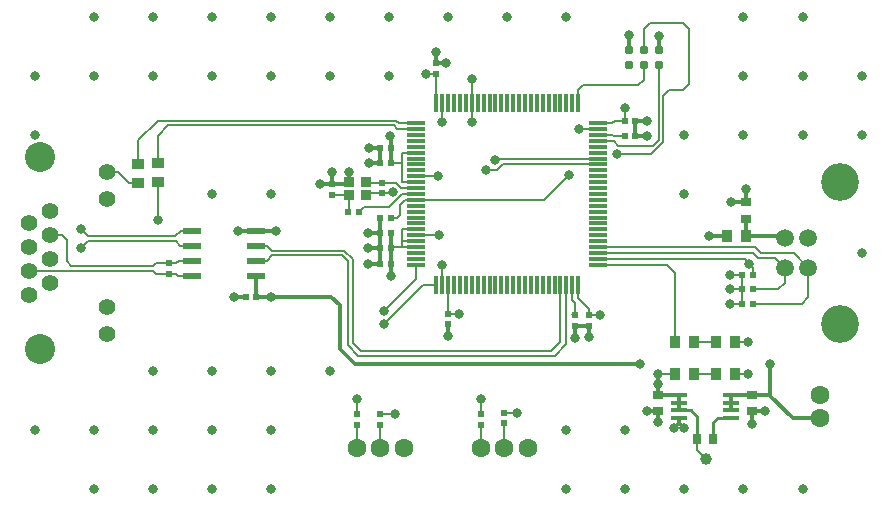
<source format=gtl>
G04 #@! TF.GenerationSoftware,KiCad,Pcbnew,5.0.1-33cea8e~68~ubuntu18.04.1*
G04 #@! TF.CreationDate,2018-11-12T15:38:47+00:00*
G04 #@! TF.ProjectId,comms,636F6D6D732E6B696361645F70636200,rev?*
G04 #@! TF.SameCoordinates,Original*
G04 #@! TF.FileFunction,Copper,L1,Top,Signal*
G04 #@! TF.FilePolarity,Positive*
%FSLAX46Y46*%
G04 Gerber Fmt 4.6, Leading zero omitted, Abs format (unit mm)*
G04 Created by KiCad (PCBNEW 5.0.1-33cea8e~68~ubuntu18.04.1) date Mon 12 Nov 2018 15:38:47 GMT*
%MOMM*%
%LPD*%
G01*
G04 APERTURE LIST*
G04 #@! TA.AperFunction,SMDPad,CuDef*
%ADD10R,0.620000X0.620000*%
G04 #@! TD*
G04 #@! TA.AperFunction,ComponentPad*
%ADD11C,2.540000*%
G04 #@! TD*
G04 #@! TA.AperFunction,ComponentPad*
%ADD12C,1.400000*%
G04 #@! TD*
G04 #@! TA.AperFunction,SMDPad,CuDef*
%ADD13R,0.900000X0.750000*%
G04 #@! TD*
G04 #@! TA.AperFunction,SMDPad,CuDef*
%ADD14R,0.750000X0.900000*%
G04 #@! TD*
G04 #@! TA.AperFunction,SMDPad,CuDef*
%ADD15R,0.950000X1.000000*%
G04 #@! TD*
G04 #@! TA.AperFunction,SMDPad,CuDef*
%ADD16R,1.500000X0.300000*%
G04 #@! TD*
G04 #@! TA.AperFunction,SMDPad,CuDef*
%ADD17R,0.300000X1.500000*%
G04 #@! TD*
G04 #@! TA.AperFunction,SMDPad,CuDef*
%ADD18R,1.450000X0.450000*%
G04 #@! TD*
G04 #@! TA.AperFunction,SMDPad,CuDef*
%ADD19R,1.550000X0.600000*%
G04 #@! TD*
G04 #@! TA.AperFunction,ComponentPad*
%ADD20C,1.600000*%
G04 #@! TD*
G04 #@! TA.AperFunction,ComponentPad*
%ADD21C,1.500000*%
G04 #@! TD*
G04 #@! TA.AperFunction,ComponentPad*
%ADD22C,3.200000*%
G04 #@! TD*
G04 #@! TA.AperFunction,BGAPad,CuDef*
%ADD23C,0.787000*%
G04 #@! TD*
G04 #@! TA.AperFunction,SMDPad,CuDef*
%ADD24R,1.000000X0.950000*%
G04 #@! TD*
G04 #@! TA.AperFunction,BGAPad,CuDef*
%ADD25C,1.000000*%
G04 #@! TD*
G04 #@! TA.AperFunction,SMDPad,CuDef*
%ADD26R,0.950000X0.850000*%
G04 #@! TD*
G04 #@! TA.AperFunction,ViaPad*
%ADD27C,0.800000*%
G04 #@! TD*
G04 #@! TA.AperFunction,Conductor*
%ADD28C,0.200000*%
G04 #@! TD*
G04 #@! TA.AperFunction,Conductor*
%ADD29C,0.300000*%
G04 #@! TD*
G04 #@! TA.AperFunction,Conductor*
%ADD30C,0.350000*%
G04 #@! TD*
G04 #@! TA.AperFunction,Conductor*
%ADD31C,0.250000*%
G04 #@! TD*
G04 APERTURE END LIST*
D10*
G04 #@! TO.P,C6,1*
G04 #@! TO.N,GND*
X62258302Y-81166400D03*
G04 #@! TO.P,C6,2*
G04 #@! TO.N,3v3*
X62258302Y-82066400D03*
G04 #@! TD*
D11*
G04 #@! TO.P,IC4,S*
G04 #@! TO.N,GND*
X28687302Y-105344400D03*
X28687302Y-89088400D03*
D12*
G04 #@! TO.P,IC4,10*
G04 #@! TO.N,Net-(IC4-Pad10)*
X34402302Y-101788400D03*
G04 #@! TO.P,IC4,11*
G04 #@! TO.N,GND*
X34402302Y-92644400D03*
G04 #@! TO.P,IC4,9*
X34402302Y-104074400D03*
G04 #@! TO.P,IC4,12*
G04 #@! TO.N,Net-(IC4-Pad12)*
X34402302Y-90358400D03*
G04 #@! TO.P,IC4,1*
G04 #@! TO.N,/RS485_TX*
X27798302Y-100772400D03*
G04 #@! TO.P,IC4,3*
G04 #@! TO.N,/RS485_RX*
X27798302Y-98740400D03*
G04 #@! TO.P,IC4,5*
G04 #@! TO.N,Net-(IC4-Pad5)*
X27798302Y-96708400D03*
G04 #@! TO.P,IC4,7*
G04 #@! TO.N,Net-(IC4-Pad7)*
X27798302Y-94676400D03*
G04 #@! TO.P,IC4,2*
G04 #@! TO.N,/~RS485_TX*
X29576302Y-99756400D03*
G04 #@! TO.P,IC4,4*
G04 #@! TO.N,Net-(IC4-Pad4)*
X29576302Y-97724400D03*
G04 #@! TO.P,IC4,6*
G04 #@! TO.N,/~RS485_RX*
X29576302Y-95692400D03*
G04 #@! TO.P,IC4,8*
G04 #@! TO.N,Net-(IC4-Pad8)*
X29576302Y-93660400D03*
G04 #@! TD*
D10*
G04 #@! TO.P,C1,2*
G04 #@! TO.N,Net-(C1-Pad2)*
X57658302Y-91266400D03*
G04 #@! TO.P,C1,1*
G04 #@! TO.N,GND*
X57658302Y-92166400D03*
G04 #@! TD*
G04 #@! TO.P,C2,1*
G04 #@! TO.N,GND*
X53458302Y-91366400D03*
G04 #@! TO.P,C2,2*
G04 #@! TO.N,Net-(C2-Pad2)*
X53458302Y-92266400D03*
G04 #@! TD*
G04 #@! TO.P,C3,2*
G04 #@! TO.N,3v3*
X58408302Y-88316400D03*
G04 #@! TO.P,C3,1*
G04 #@! TO.N,GND*
X57508302Y-88316400D03*
G04 #@! TD*
G04 #@! TO.P,C4,1*
G04 #@! TO.N,GND*
X57508302Y-95516400D03*
G04 #@! TO.P,C4,2*
G04 #@! TO.N,3v3*
X58408302Y-95516400D03*
G04 #@! TD*
G04 #@! TO.P,C5,1*
G04 #@! TO.N,GND*
X75158302Y-103366400D03*
G04 #@! TO.P,C5,2*
G04 #@! TO.N,3v3*
X75158302Y-102466400D03*
G04 #@! TD*
G04 #@! TO.P,C7,1*
G04 #@! TO.N,GND*
X57508302Y-98116400D03*
G04 #@! TO.P,C7,2*
G04 #@! TO.N,3v3*
X58408302Y-98116400D03*
G04 #@! TD*
G04 #@! TO.P,C8,2*
G04 #@! TO.N,3v3*
X58408302Y-89616400D03*
G04 #@! TO.P,C8,1*
G04 #@! TO.N,GND*
X57508302Y-89616400D03*
G04 #@! TD*
G04 #@! TO.P,C9,2*
G04 #@! TO.N,3v3*
X63258302Y-102366400D03*
G04 #@! TO.P,C9,1*
G04 #@! TO.N,GND*
X63258302Y-103266400D03*
G04 #@! TD*
G04 #@! TO.P,C10,2*
G04 #@! TO.N,3v3*
X78208302Y-86016400D03*
G04 #@! TO.P,C10,1*
G04 #@! TO.N,GND*
X79108302Y-86016400D03*
G04 #@! TD*
G04 #@! TO.P,C11,1*
G04 #@! TO.N,GND*
X57508302Y-96816400D03*
G04 #@! TO.P,C11,2*
G04 #@! TO.N,3v3*
X58408302Y-96816400D03*
G04 #@! TD*
G04 #@! TO.P,C12,1*
G04 #@! TO.N,Net-(C12-Pad1)*
X78208302Y-87316400D03*
G04 #@! TO.P,C12,2*
G04 #@! TO.N,GND*
X79108302Y-87316400D03*
G04 #@! TD*
G04 #@! TO.P,C13,1*
G04 #@! TO.N,Net-(C13-Pad1)*
X73958302Y-102466400D03*
G04 #@! TO.P,C13,2*
G04 #@! TO.N,GND*
X73958302Y-103366400D03*
G04 #@! TD*
D13*
G04 #@! TO.P,C14,1*
G04 #@! TO.N,5v*
X89008302Y-109216400D03*
G04 #@! TO.P,C14,2*
G04 #@! TO.N,GND*
X89008302Y-110616400D03*
G04 #@! TD*
D10*
G04 #@! TO.P,C15,1*
G04 #@! TO.N,GND*
X46108302Y-100916400D03*
G04 #@! TO.P,C15,2*
G04 #@! TO.N,5v*
X47008302Y-100916400D03*
G04 #@! TD*
D14*
G04 #@! TO.P,C16,2*
G04 #@! TO.N,Net-(C16-Pad2)*
X85708302Y-112966400D03*
G04 #@! TO.P,C16,1*
G04 #@! TO.N,3v3*
X84308302Y-112966400D03*
G04 #@! TD*
D13*
G04 #@! TO.P,C17,2*
G04 #@! TO.N,GND*
X81008302Y-110616400D03*
G04 #@! TO.P,C17,1*
G04 #@! TO.N,3v3*
X81008302Y-109216400D03*
G04 #@! TD*
G04 #@! TO.P,C18,1*
G04 #@! TO.N,/OTG_HS_VBUS*
X88458302Y-94316400D03*
G04 #@! TO.P,C18,2*
G04 #@! TO.N,GND*
X88458302Y-92916400D03*
G04 #@! TD*
D10*
G04 #@! TO.P,C19,2*
G04 #@! TO.N,/~RST*
X58408302Y-94216400D03*
G04 #@! TO.P,C19,1*
G04 #@! TO.N,GND*
X57508302Y-94216400D03*
G04 #@! TD*
D15*
G04 #@! TO.P,D1,1*
G04 #@! TO.N,GND*
X87558302Y-107466400D03*
G04 #@! TO.P,D1,2*
G04 #@! TO.N,Net-(D1-Pad2)*
X85958302Y-107466400D03*
G04 #@! TD*
G04 #@! TO.P,D2,2*
G04 #@! TO.N,Net-(D2-Pad2)*
X85958302Y-104716400D03*
G04 #@! TO.P,D2,1*
G04 #@! TO.N,GND*
X87558302Y-104716400D03*
G04 #@! TD*
D16*
G04 #@! TO.P,IC1,1*
G04 #@! TO.N,/LED2*
X60558302Y-86216400D03*
G04 #@! TO.P,IC1,2*
G04 #@! TO.N,/LED1*
X60558302Y-86716400D03*
G04 #@! TO.P,IC1,3*
G04 #@! TO.N,Net-(IC1-Pad3)*
X60558302Y-87216400D03*
G04 #@! TO.P,IC1,4*
G04 #@! TO.N,Net-(IC1-Pad4)*
X60558302Y-87716400D03*
G04 #@! TO.P,IC1,5*
G04 #@! TO.N,Net-(IC1-Pad5)*
X60558302Y-88216400D03*
G04 #@! TO.P,IC1,6*
G04 #@! TO.N,3v3*
X60558302Y-88716400D03*
G04 #@! TO.P,IC1,7*
G04 #@! TO.N,Net-(IC1-Pad7)*
X60558302Y-89216400D03*
G04 #@! TO.P,IC1,8*
G04 #@! TO.N,Net-(IC1-Pad8)*
X60558302Y-89716400D03*
G04 #@! TO.P,IC1,9*
G04 #@! TO.N,Net-(IC1-Pad9)*
X60558302Y-90216400D03*
G04 #@! TO.P,IC1,10*
G04 #@! TO.N,GND*
X60558302Y-90716400D03*
G04 #@! TO.P,IC1,11*
G04 #@! TO.N,3v3*
X60558302Y-91216400D03*
G04 #@! TO.P,IC1,12*
G04 #@! TO.N,Net-(C1-Pad2)*
X60558302Y-91716400D03*
G04 #@! TO.P,IC1,13*
G04 #@! TO.N,Net-(IC1-Pad13)*
X60558302Y-92216400D03*
G04 #@! TO.P,IC1,14*
G04 #@! TO.N,/~RST*
X60558302Y-92716400D03*
G04 #@! TO.P,IC1,15*
G04 #@! TO.N,Net-(IC1-Pad15)*
X60558302Y-93216400D03*
G04 #@! TO.P,IC1,16*
G04 #@! TO.N,Net-(IC1-Pad16)*
X60558302Y-93716400D03*
G04 #@! TO.P,IC1,17*
G04 #@! TO.N,Net-(IC1-Pad17)*
X60558302Y-94216400D03*
G04 #@! TO.P,IC1,18*
G04 #@! TO.N,Net-(IC1-Pad18)*
X60558302Y-94716400D03*
G04 #@! TO.P,IC1,19*
G04 #@! TO.N,3v3*
X60558302Y-95216400D03*
G04 #@! TO.P,IC1,20*
G04 #@! TO.N,GND*
X60558302Y-95716400D03*
G04 #@! TO.P,IC1,21*
G04 #@! TO.N,3v3*
X60558302Y-96216400D03*
G04 #@! TO.P,IC1,22*
X60558302Y-96716400D03*
G04 #@! TO.P,IC1,23*
G04 #@! TO.N,Net-(IC1-Pad23)*
X60558302Y-97216400D03*
G04 #@! TO.P,IC1,24*
G04 #@! TO.N,Net-(IC1-Pad24)*
X60558302Y-97716400D03*
G04 #@! TO.P,IC1,25*
G04 #@! TO.N,/USART2_TX*
X60558302Y-98216400D03*
D17*
G04 #@! TO.P,IC1,26*
G04 #@! TO.N,/USART2_RX*
X62258302Y-99916400D03*
G04 #@! TO.P,IC1,27*
G04 #@! TO.N,GND*
X62758302Y-99916400D03*
G04 #@! TO.P,IC1,28*
G04 #@! TO.N,3v3*
X63258302Y-99916400D03*
G04 #@! TO.P,IC1,29*
G04 #@! TO.N,Net-(IC1-Pad29)*
X63758302Y-99916400D03*
G04 #@! TO.P,IC1,30*
G04 #@! TO.N,Net-(IC1-Pad30)*
X64258302Y-99916400D03*
G04 #@! TO.P,IC1,31*
G04 #@! TO.N,Net-(IC1-Pad31)*
X64758302Y-99916400D03*
G04 #@! TO.P,IC1,32*
G04 #@! TO.N,Net-(IC1-Pad32)*
X65258302Y-99916400D03*
G04 #@! TO.P,IC1,33*
G04 #@! TO.N,Net-(IC1-Pad33)*
X65758302Y-99916400D03*
G04 #@! TO.P,IC1,34*
G04 #@! TO.N,Net-(IC1-Pad34)*
X66258302Y-99916400D03*
G04 #@! TO.P,IC1,35*
G04 #@! TO.N,Net-(IC1-Pad35)*
X66758302Y-99916400D03*
G04 #@! TO.P,IC1,36*
G04 #@! TO.N,Net-(IC1-Pad36)*
X67258302Y-99916400D03*
G04 #@! TO.P,IC1,37*
G04 #@! TO.N,Net-(IC1-Pad37)*
X67758302Y-99916400D03*
G04 #@! TO.P,IC1,38*
G04 #@! TO.N,Net-(IC1-Pad38)*
X68258302Y-99916400D03*
G04 #@! TO.P,IC1,39*
G04 #@! TO.N,Net-(IC1-Pad39)*
X68758302Y-99916400D03*
G04 #@! TO.P,IC1,40*
G04 #@! TO.N,Net-(IC1-Pad40)*
X69258302Y-99916400D03*
G04 #@! TO.P,IC1,41*
G04 #@! TO.N,Net-(IC1-Pad41)*
X69758302Y-99916400D03*
G04 #@! TO.P,IC1,42*
G04 #@! TO.N,Net-(IC1-Pad42)*
X70258302Y-99916400D03*
G04 #@! TO.P,IC1,43*
G04 #@! TO.N,Net-(IC1-Pad43)*
X70758302Y-99916400D03*
G04 #@! TO.P,IC1,44*
G04 #@! TO.N,Net-(IC1-Pad44)*
X71258302Y-99916400D03*
G04 #@! TO.P,IC1,45*
G04 #@! TO.N,Net-(IC1-Pad45)*
X71758302Y-99916400D03*
G04 #@! TO.P,IC1,46*
G04 #@! TO.N,Net-(IC1-Pad46)*
X72258302Y-99916400D03*
G04 #@! TO.P,IC1,47*
G04 #@! TO.N,/USART3_TX*
X72758302Y-99916400D03*
G04 #@! TO.P,IC1,48*
G04 #@! TO.N,/USART3_RX*
X73258302Y-99916400D03*
G04 #@! TO.P,IC1,49*
G04 #@! TO.N,Net-(C13-Pad1)*
X73758302Y-99916400D03*
G04 #@! TO.P,IC1,50*
G04 #@! TO.N,3v3*
X74258302Y-99916400D03*
D16*
G04 #@! TO.P,IC1,51*
G04 #@! TO.N,/STATUS*
X75958302Y-98216400D03*
G04 #@! TO.P,IC1,52*
G04 #@! TO.N,/OTG_HS_VBUS*
X75958302Y-97716400D03*
G04 #@! TO.P,IC1,53*
G04 #@! TO.N,/OTG_HS_DM*
X75958302Y-97216400D03*
G04 #@! TO.P,IC1,54*
G04 #@! TO.N,/OTG_HS_DP*
X75958302Y-96716400D03*
G04 #@! TO.P,IC1,55*
G04 #@! TO.N,Net-(IC1-Pad55)*
X75958302Y-96216400D03*
G04 #@! TO.P,IC1,56*
G04 #@! TO.N,Net-(IC1-Pad56)*
X75958302Y-95716400D03*
G04 #@! TO.P,IC1,57*
G04 #@! TO.N,Net-(IC1-Pad57)*
X75958302Y-95216400D03*
G04 #@! TO.P,IC1,58*
G04 #@! TO.N,Net-(IC1-Pad58)*
X75958302Y-94716400D03*
G04 #@! TO.P,IC1,59*
G04 #@! TO.N,Net-(IC1-Pad59)*
X75958302Y-94216400D03*
G04 #@! TO.P,IC1,60*
G04 #@! TO.N,Net-(IC1-Pad60)*
X75958302Y-93716400D03*
G04 #@! TO.P,IC1,61*
G04 #@! TO.N,Net-(IC1-Pad61)*
X75958302Y-93216400D03*
G04 #@! TO.P,IC1,62*
G04 #@! TO.N,Net-(IC1-Pad62)*
X75958302Y-92716400D03*
G04 #@! TO.P,IC1,63*
G04 #@! TO.N,Net-(IC1-Pad63)*
X75958302Y-92216400D03*
G04 #@! TO.P,IC1,64*
G04 #@! TO.N,Net-(IC1-Pad64)*
X75958302Y-91716400D03*
G04 #@! TO.P,IC1,65*
G04 #@! TO.N,Net-(IC1-Pad65)*
X75958302Y-91216400D03*
G04 #@! TO.P,IC1,66*
G04 #@! TO.N,Net-(IC1-Pad66)*
X75958302Y-90716400D03*
G04 #@! TO.P,IC1,67*
G04 #@! TO.N,Net-(IC1-Pad67)*
X75958302Y-90216400D03*
G04 #@! TO.P,IC1,68*
G04 #@! TO.N,/USART1_TX*
X75958302Y-89716400D03*
G04 #@! TO.P,IC1,69*
G04 #@! TO.N,/USART1_RX*
X75958302Y-89216400D03*
G04 #@! TO.P,IC1,70*
G04 #@! TO.N,Net-(IC1-Pad70)*
X75958302Y-88716400D03*
G04 #@! TO.P,IC1,71*
G04 #@! TO.N,Net-(IC1-Pad71)*
X75958302Y-88216400D03*
G04 #@! TO.P,IC1,72*
G04 #@! TO.N,/SWDIO*
X75958302Y-87716400D03*
G04 #@! TO.P,IC1,73*
G04 #@! TO.N,Net-(C12-Pad1)*
X75958302Y-87216400D03*
G04 #@! TO.P,IC1,74*
G04 #@! TO.N,GND*
X75958302Y-86716400D03*
G04 #@! TO.P,IC1,75*
G04 #@! TO.N,3v3*
X75958302Y-86216400D03*
D17*
G04 #@! TO.P,IC1,76*
G04 #@! TO.N,/SWDCLK*
X74258302Y-84516400D03*
G04 #@! TO.P,IC1,77*
G04 #@! TO.N,Net-(IC1-Pad77)*
X73758302Y-84516400D03*
G04 #@! TO.P,IC1,78*
G04 #@! TO.N,Net-(IC1-Pad78)*
X73258302Y-84516400D03*
G04 #@! TO.P,IC1,79*
G04 #@! TO.N,Net-(IC1-Pad79)*
X72758302Y-84516400D03*
G04 #@! TO.P,IC1,80*
G04 #@! TO.N,Net-(IC1-Pad80)*
X72258302Y-84516400D03*
G04 #@! TO.P,IC1,81*
G04 #@! TO.N,Net-(IC1-Pad81)*
X71758302Y-84516400D03*
G04 #@! TO.P,IC1,82*
G04 #@! TO.N,Net-(IC1-Pad82)*
X71258302Y-84516400D03*
G04 #@! TO.P,IC1,83*
G04 #@! TO.N,Net-(IC1-Pad83)*
X70758302Y-84516400D03*
G04 #@! TO.P,IC1,84*
G04 #@! TO.N,Net-(IC1-Pad84)*
X70258302Y-84516400D03*
G04 #@! TO.P,IC1,85*
G04 #@! TO.N,Net-(IC1-Pad85)*
X69758302Y-84516400D03*
G04 #@! TO.P,IC1,86*
G04 #@! TO.N,Net-(IC1-Pad86)*
X69258302Y-84516400D03*
G04 #@! TO.P,IC1,87*
G04 #@! TO.N,Net-(IC1-Pad87)*
X68758302Y-84516400D03*
G04 #@! TO.P,IC1,88*
G04 #@! TO.N,Net-(IC1-Pad88)*
X68258302Y-84516400D03*
G04 #@! TO.P,IC1,89*
G04 #@! TO.N,Net-(IC1-Pad89)*
X67758302Y-84516400D03*
G04 #@! TO.P,IC1,90*
G04 #@! TO.N,Net-(IC1-Pad90)*
X67258302Y-84516400D03*
G04 #@! TO.P,IC1,91*
G04 #@! TO.N,Net-(IC1-Pad91)*
X66758302Y-84516400D03*
G04 #@! TO.P,IC1,92*
G04 #@! TO.N,Net-(IC1-Pad92)*
X66258302Y-84516400D03*
G04 #@! TO.P,IC1,93*
G04 #@! TO.N,Net-(IC1-Pad93)*
X65758302Y-84516400D03*
G04 #@! TO.P,IC1,94*
G04 #@! TO.N,GND*
X65258302Y-84516400D03*
G04 #@! TO.P,IC1,95*
G04 #@! TO.N,Net-(IC1-Pad95)*
X64758302Y-84516400D03*
G04 #@! TO.P,IC1,96*
G04 #@! TO.N,Net-(IC1-Pad96)*
X64258302Y-84516400D03*
G04 #@! TO.P,IC1,97*
G04 #@! TO.N,Net-(IC1-Pad97)*
X63758302Y-84516400D03*
G04 #@! TO.P,IC1,98*
G04 #@! TO.N,Net-(IC1-Pad98)*
X63258302Y-84516400D03*
G04 #@! TO.P,IC1,99*
G04 #@! TO.N,GND*
X62758302Y-84516400D03*
G04 #@! TO.P,IC1,100*
G04 #@! TO.N,3v3*
X62258302Y-84516400D03*
G04 #@! TD*
D18*
G04 #@! TO.P,IC2,1*
G04 #@! TO.N,3v3*
X82808302Y-109241400D03*
G04 #@! TO.P,IC2,2*
X82808302Y-109891400D03*
G04 #@! TO.P,IC2,3*
X82808302Y-110541400D03*
G04 #@! TO.P,IC2,4*
G04 #@! TO.N,GND*
X82808302Y-111191400D03*
G04 #@! TO.P,IC2,5*
G04 #@! TO.N,Net-(C16-Pad2)*
X87208302Y-111191400D03*
G04 #@! TO.P,IC2,6*
G04 #@! TO.N,5v*
X87208302Y-110541400D03*
G04 #@! TO.P,IC2,7*
X87208302Y-109891400D03*
G04 #@! TO.P,IC2,8*
X87208302Y-109241400D03*
G04 #@! TD*
D19*
G04 #@! TO.P,IC3,1*
G04 #@! TO.N,5v*
X46958302Y-99121400D03*
G04 #@! TO.P,IC3,2*
G04 #@! TO.N,/USART3_RX*
X46958302Y-97851400D03*
G04 #@! TO.P,IC3,3*
G04 #@! TO.N,/USART3_TX*
X46958302Y-96581400D03*
G04 #@! TO.P,IC3,4*
G04 #@! TO.N,GND*
X46958302Y-95311400D03*
G04 #@! TO.P,IC3,5*
G04 #@! TO.N,/RS485_TX*
X41558302Y-95311400D03*
G04 #@! TO.P,IC3,6*
G04 #@! TO.N,/~RS485_TX*
X41558302Y-96581400D03*
G04 #@! TO.P,IC3,7*
G04 #@! TO.N,/~RS485_RX*
X41558302Y-97851400D03*
G04 #@! TO.P,IC3,8*
G04 #@! TO.N,/RS485_RX*
X41558302Y-99121400D03*
G04 #@! TD*
D20*
G04 #@! TO.P,J1,1*
G04 #@! TO.N,/USART1_TX*
X66008302Y-113716400D03*
G04 #@! TO.P,J1,2*
G04 #@! TO.N,/USART1_RX*
X68008302Y-113716400D03*
G04 #@! TO.P,J1,3*
G04 #@! TO.N,GND*
X70008302Y-113716400D03*
G04 #@! TD*
G04 #@! TO.P,J2,3*
G04 #@! TO.N,GND*
X59508302Y-113716400D03*
G04 #@! TO.P,J2,2*
G04 #@! TO.N,/USART2_RX*
X57508302Y-113716400D03*
G04 #@! TO.P,J2,1*
G04 #@! TO.N,/USART2_TX*
X55508302Y-113716400D03*
G04 #@! TD*
G04 #@! TO.P,J3,2*
G04 #@! TO.N,GND*
X94758302Y-109216400D03*
G04 #@! TO.P,J3,1*
G04 #@! TO.N,5v*
X94758302Y-111216400D03*
G04 #@! TD*
D21*
G04 #@! TO.P,P1,1*
G04 #@! TO.N,/OTG_HS_VBUS*
X91758302Y-95966400D03*
G04 #@! TO.P,P1,2*
G04 #@! TO.N,/OTG_HS_DM*
X91758302Y-98466400D03*
G04 #@! TO.P,P1,3*
G04 #@! TO.N,/OTG_HS_DP*
X93758302Y-98466400D03*
G04 #@! TO.P,P1,4*
G04 #@! TO.N,GND*
X93758302Y-95966400D03*
D22*
G04 #@! TO.P,P1,S*
X96468302Y-91196400D03*
X96468302Y-103236400D03*
G04 #@! TD*
D23*
G04 #@! TO.P,P2,1*
G04 #@! TO.N,3v3*
X81068302Y-80065400D03*
G04 #@! TO.P,P2,2*
G04 #@! TO.N,/SWDIO*
X81068302Y-81335400D03*
G04 #@! TO.P,P2,3*
G04 #@! TO.N,/~RST*
X79798302Y-80065400D03*
G04 #@! TO.P,P2,4*
G04 #@! TO.N,/SWDCLK*
X79798302Y-81335400D03*
G04 #@! TO.P,P2,5*
G04 #@! TO.N,GND*
X78528302Y-80065400D03*
G04 #@! TO.P,P2,6*
G04 #@! TO.N,Net-(P2-Pad6)*
X78528302Y-81335400D03*
G04 #@! TD*
D10*
G04 #@! TO.P,R1,2*
G04 #@! TO.N,Net-(IC1-Pad13)*
X55708302Y-93716400D03*
G04 #@! TO.P,R1,1*
G04 #@! TO.N,Net-(C2-Pad2)*
X54808302Y-93716400D03*
G04 #@! TD*
D15*
G04 #@! TO.P,R2,2*
G04 #@! TO.N,5v*
X86858302Y-95816400D03*
G04 #@! TO.P,R2,1*
G04 #@! TO.N,/OTG_HS_VBUS*
X88458302Y-95816400D03*
G04 #@! TD*
D10*
G04 #@! TO.P,R3,2*
G04 #@! TO.N,/~RS485_RX*
X39658302Y-98066400D03*
G04 #@! TO.P,R3,1*
G04 #@! TO.N,/RS485_RX*
X39658302Y-98966400D03*
G04 #@! TD*
D15*
G04 #@! TO.P,R4,1*
G04 #@! TO.N,3v3*
X82458302Y-107466400D03*
G04 #@! TO.P,R4,2*
G04 #@! TO.N,Net-(D1-Pad2)*
X84058302Y-107466400D03*
G04 #@! TD*
G04 #@! TO.P,R5,2*
G04 #@! TO.N,Net-(D2-Pad2)*
X84058302Y-104716400D03*
G04 #@! TO.P,R5,1*
G04 #@! TO.N,/STATUS*
X82458302Y-104716400D03*
G04 #@! TD*
D24*
G04 #@! TO.P,R6,2*
G04 #@! TO.N,Net-(IC4-Pad10)*
X38658302Y-91216400D03*
G04 #@! TO.P,R6,1*
G04 #@! TO.N,/LED1*
X38658302Y-89616400D03*
G04 #@! TD*
G04 #@! TO.P,R7,1*
G04 #@! TO.N,/LED2*
X37008302Y-89666400D03*
G04 #@! TO.P,R7,2*
G04 #@! TO.N,Net-(IC4-Pad12)*
X37008302Y-91266400D03*
G04 #@! TD*
D25*
G04 #@! TO.P,TP1,1*
G04 #@! TO.N,3v3*
X85058302Y-114616400D03*
G04 #@! TD*
D26*
G04 #@! TO.P,Y1,1*
G04 #@! TO.N,Net-(C1-Pad2)*
X56283302Y-91191400D03*
G04 #@! TO.P,Y1,2*
G04 #@! TO.N,GND*
X54833302Y-91191400D03*
G04 #@! TO.P,Y1,3*
G04 #@! TO.N,Net-(C2-Pad2)*
X54833302Y-92341400D03*
G04 #@! TO.P,Y1,4*
G04 #@! TO.N,GND*
X56283302Y-92341400D03*
G04 #@! TD*
D10*
G04 #@! TO.P,D3,2*
G04 #@! TO.N,GND*
X88150000Y-99100000D03*
G04 #@! TO.P,D3,1*
G04 #@! TO.N,/OTG_HS_VBUS*
X89050000Y-99100000D03*
G04 #@! TD*
G04 #@! TO.P,D4,1*
G04 #@! TO.N,/OTG_HS_DP*
X89050000Y-101500000D03*
G04 #@! TO.P,D4,2*
G04 #@! TO.N,GND*
X88150000Y-101500000D03*
G04 #@! TD*
G04 #@! TO.P,D5,1*
G04 #@! TO.N,/OTG_HS_DM*
X89050000Y-100300000D03*
G04 #@! TO.P,D5,2*
G04 #@! TO.N,GND*
X88150000Y-100300000D03*
G04 #@! TD*
G04 #@! TO.P,D6,2*
G04 #@! TO.N,GND*
X66000000Y-110850000D03*
G04 #@! TO.P,D6,1*
G04 #@! TO.N,/USART1_TX*
X66000000Y-111750000D03*
G04 #@! TD*
G04 #@! TO.P,D7,1*
G04 #@! TO.N,/USART1_RX*
X68000000Y-111650000D03*
G04 #@! TO.P,D7,2*
G04 #@! TO.N,GND*
X68000000Y-110750000D03*
G04 #@! TD*
G04 #@! TO.P,D8,2*
G04 #@! TO.N,GND*
X55500000Y-110850000D03*
G04 #@! TO.P,D8,1*
G04 #@! TO.N,/USART2_TX*
X55500000Y-111750000D03*
G04 #@! TD*
G04 #@! TO.P,D9,1*
G04 #@! TO.N,/USART2_RX*
X57500000Y-111750000D03*
G04 #@! TO.P,D9,2*
G04 #@! TO.N,GND*
X57500000Y-110850000D03*
G04 #@! TD*
D27*
G04 #@! TO.N,GND*
X62358302Y-90716400D03*
X58568302Y-92016400D03*
X62758302Y-86116400D03*
X65258302Y-86116400D03*
X65258302Y-82516400D03*
X63108302Y-81166400D03*
X62258302Y-80216400D03*
X62458302Y-95716400D03*
X62758302Y-98216400D03*
X63258302Y-104216400D03*
X56558302Y-88316400D03*
X56558302Y-89616400D03*
X52408302Y-91366400D03*
X53458302Y-90316400D03*
X54833302Y-90341400D03*
X56458302Y-95516400D03*
X56458302Y-96816400D03*
X56458302Y-98116400D03*
X75158302Y-104316400D03*
X80058302Y-86016400D03*
X80058302Y-87316400D03*
X78528302Y-78786400D03*
X89008302Y-111666400D03*
X90058302Y-110616400D03*
X83258302Y-112066400D03*
X81008302Y-111566400D03*
X80058302Y-110616400D03*
X82358302Y-112066400D03*
X88458302Y-91816400D03*
X74358302Y-86716400D03*
X48653302Y-95311400D03*
X45463302Y-95311400D03*
X45158302Y-100916400D03*
X73958302Y-104416400D03*
X88658302Y-104716400D03*
X88608302Y-107466400D03*
X33258302Y-77216400D03*
X33258302Y-82216400D03*
X38258302Y-82216400D03*
X38258302Y-77216400D03*
X43258302Y-77216400D03*
X43258302Y-82216400D03*
X48258302Y-82216400D03*
X48258302Y-77216400D03*
X58258302Y-77216400D03*
X53258302Y-77216400D03*
X53258302Y-82216400D03*
X58258302Y-82216400D03*
X63258302Y-77216400D03*
X68258302Y-77216400D03*
X73258302Y-77216400D03*
X88258302Y-77216400D03*
X93258302Y-77216400D03*
X93258302Y-82216400D03*
X88258302Y-82216400D03*
X88258302Y-87216400D03*
X83258302Y-87216400D03*
X93258302Y-87216400D03*
X98258302Y-87216400D03*
X98258302Y-82216400D03*
X98258302Y-97216400D03*
X93258302Y-117216400D03*
X88258302Y-117216400D03*
X83258302Y-117216400D03*
X78258302Y-117216400D03*
X78258302Y-112216400D03*
X73258302Y-112216400D03*
X73258302Y-117216400D03*
X83258302Y-92216400D03*
X48258302Y-107216400D03*
X48258302Y-112216400D03*
X43258302Y-112216400D03*
X43258302Y-107216400D03*
X38258302Y-107216400D03*
X38258302Y-112216400D03*
X33258302Y-112216400D03*
X28258302Y-112216400D03*
X28258302Y-87216400D03*
X28258302Y-82216400D03*
X43258302Y-92216400D03*
X48258302Y-92216400D03*
X53258302Y-107216400D03*
X48258302Y-117216400D03*
X38258302Y-117216400D03*
X43258302Y-117216400D03*
X33258302Y-117216400D03*
X87100000Y-100300000D03*
X87100000Y-101500000D03*
X87158302Y-92916400D03*
X87100000Y-99100000D03*
X55500000Y-109600000D03*
X58750000Y-110850000D03*
X66000000Y-109600000D03*
X69050000Y-110750000D03*
G04 #@! TO.N,3v3*
X58408302Y-99166400D03*
X58358302Y-87316400D03*
X81068302Y-78826400D03*
X81008302Y-107466400D03*
X81008302Y-108316400D03*
X61408302Y-82066400D03*
X76108302Y-102466400D03*
X64208302Y-102366400D03*
X78208302Y-84966400D03*
G04 #@! TO.N,5v*
X85358302Y-95816400D03*
X48258302Y-100916400D03*
X79458302Y-106616400D03*
X90500000Y-106600000D03*
G04 #@! TO.N,/~RST*
X77558302Y-88816400D03*
X73458302Y-90616400D03*
G04 #@! TO.N,/USART2_TX*
X57858302Y-102116400D03*
G04 #@! TO.N,/USART2_RX*
X57858302Y-103216400D03*
G04 #@! TO.N,/OTG_HS_VBUS*
X88758302Y-98116400D03*
G04 #@! TO.N,/USART1_TX*
X66458302Y-90216400D03*
G04 #@! TO.N,/USART1_RX*
X67258312Y-89316410D03*
G04 #@! TO.N,/RS485_TX*
X32158302Y-95216400D03*
G04 #@! TO.N,/~RS485_TX*
X32158302Y-96816400D03*
G04 #@! TO.N,Net-(IC4-Pad10)*
X38658302Y-94416400D03*
G04 #@! TD*
D28*
G04 #@! TO.N,Net-(C1-Pad2)*
X56358302Y-91266400D02*
X56283302Y-91191400D01*
X57658302Y-91266400D02*
X56358302Y-91266400D01*
X59258302Y-91716400D02*
X60558302Y-91716400D01*
X58808302Y-91266400D02*
X59258302Y-91716400D01*
X57658302Y-91266400D02*
X58808302Y-91266400D01*
G04 #@! TO.N,GND*
X60558302Y-90716400D02*
X62358302Y-90716400D01*
X56458302Y-92166400D02*
X56283302Y-92341400D01*
X57658302Y-92166400D02*
X56458302Y-92166400D01*
X58408302Y-92166400D02*
X58418302Y-92166400D01*
X58418302Y-92166400D02*
X57658302Y-92166400D01*
X58568302Y-92016400D02*
X58418302Y-92166400D01*
X62758302Y-84516400D02*
X62758302Y-86116400D01*
X65258302Y-84516400D02*
X65258302Y-86116400D01*
X65258302Y-84516400D02*
X65258302Y-82516400D01*
X60558302Y-95716400D02*
X62458302Y-95716400D01*
X62758302Y-99916400D02*
X62758302Y-98216400D01*
D29*
X54658302Y-91366400D02*
X53458302Y-91366400D01*
X54833302Y-91191400D02*
X54658302Y-91366400D01*
X53458302Y-91366400D02*
X53458302Y-90316400D01*
X53458302Y-91366400D02*
X52408302Y-91366400D01*
X54833302Y-91191400D02*
X54833302Y-90341400D01*
X57508302Y-89616400D02*
X56558302Y-89616400D01*
X57508302Y-88316400D02*
X56558302Y-88316400D01*
X57508302Y-94216400D02*
X57508302Y-95516400D01*
X57508302Y-95516400D02*
X57508302Y-96816400D01*
X57508302Y-96816400D02*
X57508302Y-98116400D01*
X57508302Y-95516400D02*
X56458302Y-95516400D01*
X57508302Y-96816400D02*
X56458302Y-96816400D01*
X57508302Y-98116400D02*
X56458302Y-98116400D01*
X62258302Y-81166400D02*
X63108302Y-81166400D01*
X62258302Y-81166400D02*
X62258302Y-80216400D01*
X63258302Y-103266400D02*
X63258302Y-104216400D01*
X75158302Y-103366400D02*
X75158302Y-104316400D01*
X79108302Y-86016400D02*
X79108302Y-87316400D01*
X79108302Y-86016400D02*
X80058302Y-86016400D01*
X79108302Y-87316400D02*
X80058302Y-87316400D01*
X78528302Y-80065400D02*
X78528302Y-78786400D01*
X57508302Y-88316400D02*
X57508302Y-89616400D01*
D30*
X89008302Y-110616400D02*
X89008302Y-111666400D01*
X89008302Y-110616400D02*
X90058302Y-110616400D01*
X81008302Y-110616400D02*
X81008302Y-111566400D01*
X81008302Y-110616400D02*
X80058302Y-110616400D01*
D29*
X82808302Y-111616400D02*
X82358302Y-112066400D01*
X82808302Y-111616400D02*
X83258302Y-112066400D01*
X82808302Y-111191400D02*
X82808302Y-111616400D01*
D30*
X88458302Y-92916400D02*
X88458302Y-91816400D01*
D28*
X75958302Y-86716400D02*
X74358302Y-86716400D01*
D30*
X46958302Y-95311400D02*
X48653302Y-95311400D01*
X46958302Y-95311400D02*
X45463302Y-95311400D01*
X46108302Y-100916400D02*
X45158302Y-100916400D01*
D29*
X73958302Y-103366400D02*
X75158302Y-103366400D01*
X73958302Y-103366400D02*
X73958302Y-104416400D01*
D28*
X87558302Y-104716400D02*
X88658302Y-104716400D01*
X87558302Y-107466400D02*
X88608302Y-107466400D01*
X88150000Y-100300000D02*
X88150000Y-101500000D01*
X88150000Y-100300000D02*
X87100000Y-100300000D01*
X88150000Y-101500000D02*
X87100000Y-101500000D01*
D30*
X88458302Y-92916400D02*
X87158302Y-92916400D01*
D28*
X88150000Y-99100000D02*
X88150000Y-100300000D01*
X88150000Y-99100000D02*
X87100000Y-99100000D01*
X55500000Y-110850000D02*
X55500000Y-109600000D01*
X57500000Y-110850000D02*
X58750000Y-110850000D01*
X66000000Y-110850000D02*
X66000000Y-109600000D01*
X68000000Y-110750000D02*
X69050000Y-110750000D01*
G04 #@! TO.N,Net-(C2-Pad2)*
X54833302Y-93691400D02*
X54808302Y-93716400D01*
X54833302Y-92341400D02*
X54833302Y-93691400D01*
X54758302Y-92266400D02*
X54833302Y-92341400D01*
X53458302Y-92266400D02*
X54758302Y-92266400D01*
G04 #@! TO.N,3v3*
X59358302Y-88716400D02*
X60558302Y-88716400D01*
X60558302Y-95216400D02*
X59358302Y-95216400D01*
X59358302Y-96716400D02*
X60558302Y-96716400D01*
X60558302Y-96216400D02*
X59358302Y-96216400D01*
X59358302Y-95216400D02*
X59358302Y-96216400D01*
X59358302Y-96216400D02*
X59358302Y-96716400D01*
X58508302Y-96716400D02*
X58408302Y-96816400D01*
X59358302Y-96716400D02*
X58508302Y-96716400D01*
X58408302Y-95516400D02*
X58408302Y-96816400D01*
X58408302Y-96816400D02*
X58408302Y-98116400D01*
X58408302Y-98116400D02*
X58408302Y-99166400D01*
X60558302Y-91216400D02*
X59358302Y-91216400D01*
X58408302Y-89616400D02*
X59358302Y-89616400D01*
X59358302Y-91216400D02*
X59358302Y-89616400D01*
X59358302Y-89616400D02*
X59358302Y-88716400D01*
X58408302Y-87466400D02*
X58408302Y-87166400D01*
X62258302Y-84516400D02*
X62258302Y-82066400D01*
X75958302Y-86216400D02*
X77158302Y-86216400D01*
X77358302Y-86016400D02*
X78208302Y-86016400D01*
X77158302Y-86216400D02*
X77358302Y-86016400D01*
D29*
X58408302Y-95516400D02*
X58408302Y-99166400D01*
X81068302Y-80065400D02*
X81068302Y-78826400D01*
D30*
X82808302Y-109241400D02*
X82808302Y-110541400D01*
X81033302Y-109241400D02*
X81008302Y-109216400D01*
X82808302Y-109241400D02*
X81033302Y-109241400D01*
X81008302Y-108316400D02*
X81008302Y-107466400D01*
X81008302Y-109216400D02*
X81008302Y-108316400D01*
D31*
X84308302Y-112966400D02*
X84308302Y-111066400D01*
X83783302Y-110541400D02*
X82808302Y-110541400D01*
X84308302Y-111066400D02*
X83783302Y-110541400D01*
D28*
X84308302Y-113866400D02*
X85058302Y-114616400D01*
X84308302Y-112966400D02*
X84308302Y-113866400D01*
X82458302Y-107466400D02*
X81008302Y-107466400D01*
X62258302Y-82066400D02*
X61408302Y-82066400D01*
X63258302Y-101816400D02*
X63258302Y-102366400D01*
X63258302Y-99916400D02*
X63258302Y-101816400D01*
X75158302Y-102466400D02*
X76108302Y-102466400D01*
X63258302Y-102366400D02*
X64208302Y-102366400D01*
X78208302Y-86016400D02*
X78208302Y-84966400D01*
X74258302Y-99916400D02*
X74258302Y-101016400D01*
X75158302Y-101916400D02*
X75158302Y-102466400D01*
X74258302Y-101016400D02*
X75158302Y-101916400D01*
D30*
X58408302Y-89616400D02*
X58408302Y-88316400D01*
X58408302Y-87366400D02*
X58358302Y-87316400D01*
X58408302Y-88316400D02*
X58408302Y-87366400D01*
D28*
G04 #@! TO.N,Net-(C12-Pad1)*
X75958302Y-87216400D02*
X77158302Y-87216400D01*
X77258302Y-87316400D02*
X78208302Y-87316400D01*
X77158302Y-87216400D02*
X77258302Y-87316400D01*
G04 #@! TO.N,Net-(C13-Pad1)*
X73758302Y-102366400D02*
X73858302Y-102466400D01*
X73758302Y-99916400D02*
X73758302Y-101216400D01*
X73958302Y-101416400D02*
X73958302Y-102466400D01*
X73758302Y-101216400D02*
X73958302Y-101416400D01*
D30*
G04 #@! TO.N,5v*
X86858302Y-95816400D02*
X85358302Y-95816400D01*
X87208302Y-109241400D02*
X87208302Y-110541400D01*
X88983302Y-109241400D02*
X89008302Y-109216400D01*
X87208302Y-109241400D02*
X88983302Y-109241400D01*
X89008302Y-109216400D02*
X90458302Y-109216400D01*
X92458302Y-111216400D02*
X94758302Y-111216400D01*
X90458302Y-109216400D02*
X92458302Y-111216400D01*
X48258302Y-100916400D02*
X47008302Y-100916400D01*
X47008302Y-99171400D02*
X46958302Y-99121400D01*
X47008302Y-100916400D02*
X47008302Y-99171400D01*
X48258302Y-100916400D02*
X53358302Y-100916400D01*
X53358302Y-100916400D02*
X54058302Y-101616400D01*
X54058302Y-101616400D02*
X54058302Y-105316400D01*
X54058302Y-105316400D02*
X55358302Y-106616400D01*
X55358302Y-106616400D02*
X57658302Y-106616400D01*
X57658302Y-106616400D02*
X77258302Y-106616400D01*
X77258302Y-106616400D02*
X79458302Y-106616400D01*
X90500000Y-109174702D02*
X90458302Y-109216400D01*
X90500000Y-106600000D02*
X90500000Y-109174702D01*
D31*
G04 #@! TO.N,Net-(C16-Pad2)*
X85708302Y-112966400D02*
X85708302Y-111566400D01*
X86083302Y-111191400D02*
X87208302Y-111191400D01*
X85708302Y-111566400D02*
X86083302Y-111191400D01*
D28*
G04 #@! TO.N,/~RST*
X60558302Y-92716400D02*
X59558302Y-92716400D01*
X59558302Y-92716400D02*
X59158302Y-93116400D01*
X58958302Y-94216400D02*
X58408302Y-94216400D01*
X59158302Y-94016400D02*
X58958302Y-94216400D01*
X59158302Y-93116400D02*
X59158302Y-94016400D01*
X79798302Y-80065400D02*
X79798302Y-78276400D01*
X79798302Y-78276400D02*
X80358302Y-77716400D01*
X80358302Y-77716400D02*
X83158302Y-77716400D01*
X83158302Y-77716400D02*
X83658302Y-78216400D01*
X83658302Y-78216400D02*
X83658302Y-82916400D01*
X83658302Y-82916400D02*
X83158302Y-83416400D01*
X83158302Y-83416400D02*
X81958302Y-83416400D01*
X81958302Y-83416400D02*
X81468312Y-83906390D01*
X81468312Y-83906390D02*
X81468312Y-87806390D01*
X81468312Y-87806390D02*
X80458302Y-88816400D01*
X80458302Y-88816400D02*
X77558302Y-88816400D01*
X73458302Y-90616400D02*
X71358302Y-92716400D01*
X71358302Y-92716400D02*
X61958302Y-92716400D01*
X60558302Y-92716400D02*
X61958302Y-92716400D01*
X61958302Y-92716400D02*
X62158302Y-92716400D01*
G04 #@! TO.N,Net-(D1-Pad2)*
X85958302Y-107466400D02*
X84058302Y-107466400D01*
G04 #@! TO.N,Net-(D2-Pad2)*
X85958302Y-104716400D02*
X84058302Y-104716400D01*
G04 #@! TO.N,Net-(IC1-Pad13)*
X56108302Y-93316400D02*
X55708302Y-93716400D01*
X58258302Y-93316400D02*
X56108302Y-93316400D01*
X59358302Y-92216400D02*
X58258302Y-93316400D01*
X60558302Y-92216400D02*
X59358302Y-92216400D01*
G04 #@! TO.N,/USART2_TX*
X60558302Y-98216400D02*
X60558302Y-99416400D01*
X60558302Y-99416400D02*
X57858302Y-102116400D01*
X55500000Y-113708098D02*
X55508302Y-113716400D01*
X55500000Y-111750000D02*
X55500000Y-113708098D01*
G04 #@! TO.N,/USART2_RX*
X62258302Y-99916400D02*
X61158302Y-99916400D01*
X61158302Y-99916400D02*
X58358302Y-102716400D01*
X58358302Y-102716400D02*
X57858302Y-103216400D01*
X57500000Y-113708098D02*
X57508302Y-113716400D01*
X57500000Y-111750000D02*
X57500000Y-113708098D01*
G04 #@! TO.N,/LED1*
X38658302Y-87316400D02*
X38658302Y-89616400D01*
X58658302Y-86416400D02*
X39558302Y-86416400D01*
X39558302Y-86416400D02*
X38658302Y-87316400D01*
X60558302Y-86716400D02*
X58958302Y-86716400D01*
X58958302Y-86716400D02*
X58658302Y-86416400D01*
G04 #@! TO.N,/LED2*
X37008302Y-89666400D02*
X37008302Y-87666400D01*
X37008302Y-87666400D02*
X38658302Y-86016400D01*
X38658302Y-86016400D02*
X58858302Y-86016400D01*
X59058302Y-86216400D02*
X60558302Y-86216400D01*
X58858302Y-86016400D02*
X59058302Y-86216400D01*
G04 #@! TO.N,/USART3_TX*
X72758302Y-104716400D02*
X72758302Y-99916400D01*
X55858302Y-105516400D02*
X71958302Y-105516400D01*
X47923302Y-96581400D02*
X48358302Y-97016400D01*
X71958302Y-105516400D02*
X72758302Y-104716400D01*
X54458302Y-97016400D02*
X55158302Y-97716400D01*
X46958302Y-96581400D02*
X47923302Y-96581400D01*
X48358302Y-97016400D02*
X54458302Y-97016400D01*
X55158302Y-97716400D02*
X55158302Y-104816400D01*
X55158302Y-104816400D02*
X55858302Y-105516400D01*
G04 #@! TO.N,/USART3_RX*
X55658312Y-105916410D02*
X72258292Y-105916410D01*
X47923302Y-97851400D02*
X48358302Y-97416400D01*
X48358302Y-97416400D02*
X54292604Y-97416400D01*
X54292604Y-97416400D02*
X54758292Y-97882088D01*
X46958302Y-97851400D02*
X47923302Y-97851400D01*
X54758292Y-97882088D02*
X54758292Y-105016390D01*
X54758292Y-105016390D02*
X55658312Y-105916410D01*
X73258302Y-104916400D02*
X73258302Y-99916400D01*
X72258292Y-105916410D02*
X73258302Y-104916400D01*
D30*
G04 #@! TO.N,/OTG_HS_VBUS*
X91608302Y-95816400D02*
X91758302Y-95966400D01*
X88458302Y-95816400D02*
X91608302Y-95816400D01*
X88458302Y-95816400D02*
X88458302Y-94316400D01*
D28*
X75958302Y-97716400D02*
X88358302Y-97716400D01*
X88358302Y-97716400D02*
X88758302Y-98116400D01*
X88758302Y-98116400D02*
X89050000Y-98408098D01*
X89050000Y-98408098D02*
X89050000Y-99100000D01*
G04 #@! TO.N,/OTG_HS_DM*
X75958302Y-97216400D02*
X89058302Y-97216400D01*
X91758302Y-98466400D02*
X90908302Y-97616400D01*
X90908302Y-97616400D02*
X89458302Y-97616400D01*
X89058302Y-97216400D02*
X89458302Y-97616400D01*
X89050000Y-100300000D02*
X91200000Y-100300000D01*
X91758302Y-99741698D02*
X91758302Y-98466400D01*
X91200000Y-100300000D02*
X91758302Y-99741698D01*
G04 #@! TO.N,/OTG_HS_DP*
X75958302Y-96716400D02*
X89258302Y-96716400D01*
X89258302Y-96716400D02*
X89758302Y-97216400D01*
X92508302Y-97216400D02*
X93758302Y-98466400D01*
X89758302Y-97216400D02*
X92508302Y-97216400D01*
X89050000Y-101500000D02*
X93200000Y-101500000D01*
X93758302Y-100941698D02*
X93758302Y-98466400D01*
X93200000Y-101500000D02*
X93758302Y-100941698D01*
G04 #@! TO.N,/STATUS*
X75958302Y-98216400D02*
X81758302Y-98216400D01*
X82458302Y-98916400D02*
X82458302Y-104716400D01*
X81758302Y-98216400D02*
X82458302Y-98916400D01*
G04 #@! TO.N,/USART1_TX*
X75958302Y-89716400D02*
X67858302Y-89716400D01*
X67358302Y-90216400D02*
X66458302Y-90216400D01*
X67858302Y-89716400D02*
X67358302Y-90216400D01*
X66000000Y-113708098D02*
X66008302Y-113716400D01*
X66000000Y-111750000D02*
X66000000Y-113708098D01*
G04 #@! TO.N,/USART1_RX*
X67358322Y-89216400D02*
X75958302Y-89216400D01*
X67258312Y-89316410D02*
X67358322Y-89216400D01*
X68000000Y-113708098D02*
X68008302Y-113716400D01*
X68000000Y-111650000D02*
X68000000Y-113708098D01*
G04 #@! TO.N,/SWDIO*
X81068302Y-87616400D02*
X81068302Y-81335400D01*
X80568302Y-88116400D02*
X81068302Y-87616400D01*
X77258302Y-87716400D02*
X77658302Y-88116400D01*
X77658302Y-88116400D02*
X80568302Y-88116400D01*
X75958302Y-87716400D02*
X77258302Y-87716400D01*
G04 #@! TO.N,/SWDCLK*
X74258302Y-84516400D02*
X74258302Y-83416400D01*
X74258302Y-83416400D02*
X74658302Y-83016400D01*
X74658302Y-83016400D02*
X79358302Y-83016400D01*
X79798302Y-82576400D02*
X79798302Y-81335400D01*
X79358302Y-83016400D02*
X79798302Y-82576400D01*
G04 #@! TO.N,/RS485_TX*
X40658302Y-95311400D02*
X41558302Y-95311400D01*
X32758302Y-95816400D02*
X40153302Y-95816400D01*
X40153302Y-95816400D02*
X40658302Y-95311400D01*
X32158302Y-95216400D02*
X32758302Y-95816400D01*
G04 #@! TO.N,/~RS485_TX*
X38258292Y-96216400D02*
X37658302Y-96216400D01*
X37658302Y-96216400D02*
X32758302Y-96216400D01*
X32758302Y-96216400D02*
X32158302Y-96816400D01*
X40193302Y-96216400D02*
X40558302Y-96581400D01*
X38258292Y-96216400D02*
X40193302Y-96216400D01*
X41558302Y-96581400D02*
X40558302Y-96581400D01*
G04 #@! TO.N,/~RS485_RX*
X39658302Y-98066400D02*
X38508302Y-98066400D01*
X38508302Y-98066400D02*
X38258302Y-98316400D01*
X38258302Y-98316400D02*
X31358302Y-98316400D01*
X31358302Y-98316400D02*
X30958302Y-97916400D01*
X30958302Y-97916400D02*
X30958302Y-96116400D01*
X30534302Y-95692400D02*
X29576302Y-95692400D01*
X30958302Y-96116400D02*
X30534302Y-95692400D01*
X40208302Y-98066400D02*
X40423302Y-97851400D01*
X39658302Y-98066400D02*
X40208302Y-98066400D01*
X40423302Y-97851400D02*
X41558302Y-97851400D01*
G04 #@! TO.N,/RS485_RX*
X27798302Y-98740400D02*
X38282302Y-98740400D01*
X38508302Y-98966400D02*
X39658302Y-98966400D01*
X38282302Y-98740400D02*
X38508302Y-98966400D01*
X40208302Y-98966400D02*
X40363302Y-99121400D01*
X39658302Y-98966400D02*
X40208302Y-98966400D01*
X40363302Y-99121400D02*
X41558302Y-99121400D01*
G04 #@! TO.N,Net-(IC4-Pad10)*
X38658302Y-91216400D02*
X38658302Y-94416400D01*
G04 #@! TO.N,Net-(IC4-Pad12)*
X34402302Y-90358400D02*
X35300302Y-90358400D01*
X36208302Y-91266400D02*
X37008302Y-91266400D01*
X35300302Y-90358400D02*
X36208302Y-91266400D01*
G04 #@! TD*
M02*

</source>
